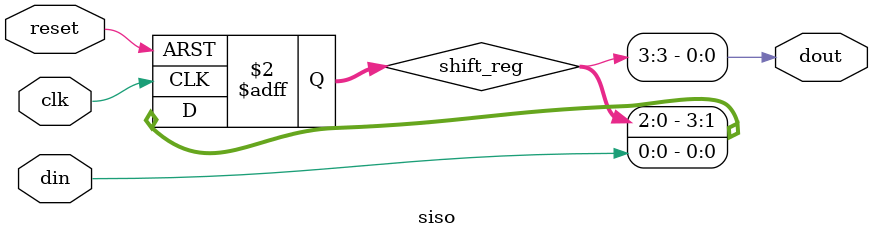
<source format=v>
`timescale 1ns / 1ps
module siso (
  input clk, reset, din,
  output wire dout
);
  reg [3:0] shift_reg;

  always @(posedge clk or posedge reset) begin
    if (reset)
      shift_reg <= 4'b0000;
    else
      shift_reg <= {shift_reg[2:0], din};
  end

  assign dout = shift_reg[3];  // MSB as serial output
endmodule

//Dataflow Modelling//
/*module siso_dataflow (
  input clk, reset, d_in,
  output d_out
);
  reg [3:0] temp;
  assign d_out = temp[3];

  always @(posedge clk or posedge reset) begin
    if (reset)
      temp <= 4'b0000;
    else
      temp <= {temp[2:0], d_in};
  end
endmodule */

//Gatelevel Modelling//
/*module dff (input clk, reset, d, output reg q);
  always @(posedge clk or posedge reset) begin
    if (reset) q <= 0;
    else q <= d;
  end
endmodule

module siso_structural (
  input clk, reset, d_in,
  output d_out
);
  wire q0, q1, q2, q3;

  dff dff0(clk, reset, d_in, q0);
  dff dff1(clk, reset, q0, q1);
  dff dff2(clk, reset, q1, q2);
  dff dff3(clk, reset, q2, q3);

  assign d_out = q3; // serial output
endmodule */

</source>
